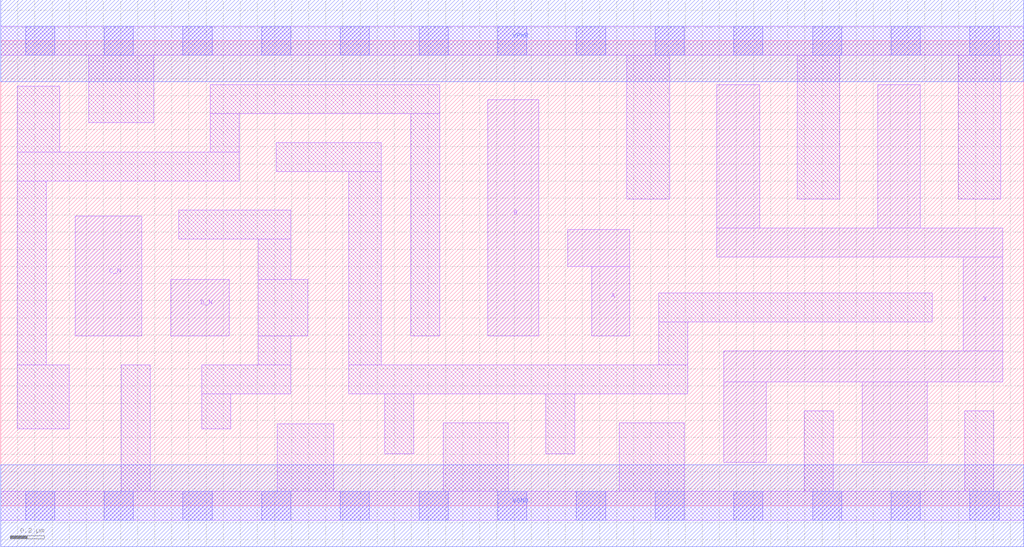
<source format=lef>
# Copyright 2020 The SkyWater PDK Authors
#
# Licensed under the Apache License, Version 2.0 (the "License");
# you may not use this file except in compliance with the License.
# You may obtain a copy of the License at
#
#     https://www.apache.org/licenses/LICENSE-2.0
#
# Unless required by applicable law or agreed to in writing, software
# distributed under the License is distributed on an "AS IS" BASIS,
# WITHOUT WARRANTIES OR CONDITIONS OF ANY KIND, either express or implied.
# See the License for the specific language governing permissions and
# limitations under the License.
#
# SPDX-License-Identifier: Apache-2.0

VERSION 5.7 ;
  NAMESCASESENSITIVE ON ;
  NOWIREEXTENSIONATPIN ON ;
  DIVIDERCHAR "/" ;
  BUSBITCHARS "[]" ;
UNITS
  DATABASE MICRONS 200 ;
END UNITS
PROPERTYDEFINITIONS
  MACRO maskLayoutSubType STRING ;
  MACRO prCellType STRING ;
  MACRO originalViewName STRING ;
END PROPERTYDEFINITIONS
MACRO sky130_fd_sc_hdll__or4bb_4
  CLASS CORE ;
  FOREIGN sky130_fd_sc_hdll__or4bb_4 ;
  ORIGIN  0.000000  0.000000 ;
  SIZE  5.980000 BY  2.720000 ;
  SYMMETRY X Y R90 ;
  SITE unithd ;
  PIN A
    ANTENNAGATEAREA  0.277500 ;
    DIRECTION INPUT ;
    USE SIGNAL ;
    PORT
      LAYER li1 ;
        RECT 3.315000 1.400000 3.675000 1.615000 ;
        RECT 3.455000 0.995000 3.675000 1.400000 ;
    END
  END A
  PIN B
    ANTENNAGATEAREA  0.277500 ;
    DIRECTION INPUT ;
    USE SIGNAL ;
    PORT
      LAYER li1 ;
        RECT 2.845000 0.995000 3.145000 2.375000 ;
    END
  END B
  PIN C_N
    ANTENNAGATEAREA  0.138600 ;
    DIRECTION INPUT ;
    USE SIGNAL ;
    PORT
      LAYER li1 ;
        RECT 0.435000 0.995000 0.825000 1.695000 ;
    END
  END C_N
  PIN D_N
    ANTENNAGATEAREA  0.138600 ;
    DIRECTION INPUT ;
    USE SIGNAL ;
    PORT
      LAYER li1 ;
        RECT 0.995000 0.995000 1.335000 1.325000 ;
    END
  END D_N
  PIN X
    ANTENNADIFFAREA  1.028500 ;
    DIRECTION OUTPUT ;
    USE SIGNAL ;
    PORT
      LAYER li1 ;
        RECT 4.185000 1.455000 5.855000 1.625000 ;
        RECT 4.185000 1.625000 4.435000 2.465000 ;
        RECT 4.225000 0.255000 4.475000 0.725000 ;
        RECT 4.225000 0.725000 5.855000 0.905000 ;
        RECT 5.035000 0.255000 5.415000 0.725000 ;
        RECT 5.125000 1.625000 5.375000 2.465000 ;
        RECT 5.625000 0.905000 5.855000 1.455000 ;
    END
  END X
  PIN VGND
    DIRECTION INOUT ;
    USE GROUND ;
    PORT
      LAYER met1 ;
        RECT 0.000000 -0.240000 5.980000 0.240000 ;
    END
  END VGND
  PIN VPWR
    DIRECTION INOUT ;
    USE POWER ;
    PORT
      LAYER met1 ;
        RECT 0.000000 2.480000 5.980000 2.960000 ;
    END
  END VPWR
  OBS
    LAYER li1 ;
      RECT 0.000000 -0.085000 5.980000 0.085000 ;
      RECT 0.000000  2.635000 5.980000 2.805000 ;
      RECT 0.095000  0.450000 0.400000 0.825000 ;
      RECT 0.095000  0.825000 0.265000 1.900000 ;
      RECT 0.095000  1.900000 1.395000 2.070000 ;
      RECT 0.095000  2.070000 0.345000 2.455000 ;
      RECT 0.515000  2.240000 0.895000 2.635000 ;
      RECT 0.705000  0.085000 0.875000 0.825000 ;
      RECT 1.040000  1.560000 1.695000 1.730000 ;
      RECT 1.175000  0.450000 1.345000 0.655000 ;
      RECT 1.175000  0.655000 1.695000 0.825000 ;
      RECT 1.225000  2.070000 1.395000 2.295000 ;
      RECT 1.225000  2.295000 2.565000 2.465000 ;
      RECT 1.505000  0.825000 1.695000 0.995000 ;
      RECT 1.505000  0.995000 1.795000 1.325000 ;
      RECT 1.505000  1.325000 1.695000 1.560000 ;
      RECT 1.610000  1.955000 2.225000 2.125000 ;
      RECT 1.615000  0.085000 1.945000 0.480000 ;
      RECT 2.035000  0.655000 4.015000 0.825000 ;
      RECT 2.035000  0.825000 2.225000 1.955000 ;
      RECT 2.245000  0.305000 2.415000 0.655000 ;
      RECT 2.395000  0.995000 2.565000 2.295000 ;
      RECT 2.585000  0.085000 2.965000 0.485000 ;
      RECT 3.185000  0.305000 3.355000 0.655000 ;
      RECT 3.615000  0.085000 3.995000 0.485000 ;
      RECT 3.660000  1.795000 3.910000 2.635000 ;
      RECT 3.845000  0.825000 4.015000 1.075000 ;
      RECT 3.845000  1.075000 5.445000 1.245000 ;
      RECT 4.655000  1.795000 4.905000 2.635000 ;
      RECT 4.695000  0.085000 4.865000 0.555000 ;
      RECT 5.595000  1.795000 5.845000 2.635000 ;
      RECT 5.635000  0.085000 5.805000 0.555000 ;
    LAYER mcon ;
      RECT 0.145000 -0.085000 0.315000 0.085000 ;
      RECT 0.145000  2.635000 0.315000 2.805000 ;
      RECT 0.605000 -0.085000 0.775000 0.085000 ;
      RECT 0.605000  2.635000 0.775000 2.805000 ;
      RECT 1.065000 -0.085000 1.235000 0.085000 ;
      RECT 1.065000  2.635000 1.235000 2.805000 ;
      RECT 1.525000 -0.085000 1.695000 0.085000 ;
      RECT 1.525000  2.635000 1.695000 2.805000 ;
      RECT 1.985000 -0.085000 2.155000 0.085000 ;
      RECT 1.985000  2.635000 2.155000 2.805000 ;
      RECT 2.445000 -0.085000 2.615000 0.085000 ;
      RECT 2.445000  2.635000 2.615000 2.805000 ;
      RECT 2.905000 -0.085000 3.075000 0.085000 ;
      RECT 2.905000  2.635000 3.075000 2.805000 ;
      RECT 3.365000 -0.085000 3.535000 0.085000 ;
      RECT 3.365000  2.635000 3.535000 2.805000 ;
      RECT 3.825000 -0.085000 3.995000 0.085000 ;
      RECT 3.825000  2.635000 3.995000 2.805000 ;
      RECT 4.285000 -0.085000 4.455000 0.085000 ;
      RECT 4.285000  2.635000 4.455000 2.805000 ;
      RECT 4.745000 -0.085000 4.915000 0.085000 ;
      RECT 4.745000  2.635000 4.915000 2.805000 ;
      RECT 5.205000 -0.085000 5.375000 0.085000 ;
      RECT 5.205000  2.635000 5.375000 2.805000 ;
      RECT 5.665000 -0.085000 5.835000 0.085000 ;
      RECT 5.665000  2.635000 5.835000 2.805000 ;
  END
  PROPERTY maskLayoutSubType "abstract" ;
  PROPERTY prCellType "standard" ;
  PROPERTY originalViewName "layout" ;
END sky130_fd_sc_hdll__or4bb_4
END LIBRARY

</source>
